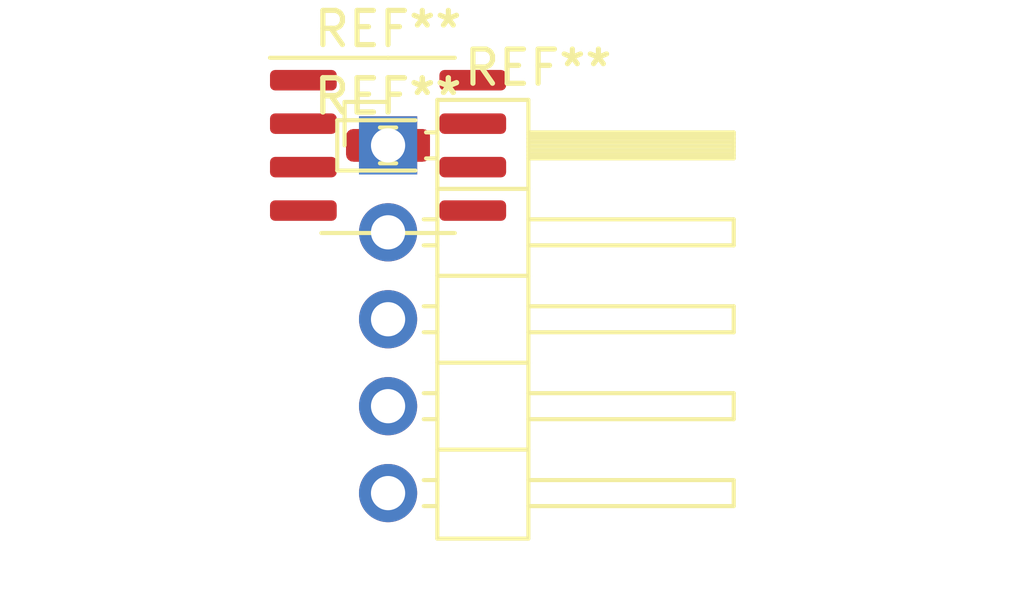
<source format=kicad_pcb>
(kicad_pcb (version 20211014) (generator kiutils)
  (layers (0 "F.Cu" signal) (31 "B.Cu" signal) (34 "B.Paste" user) (35 "F.Paste" user) (36 "B.SilkS" user "B.Silkscreen") (37 "F.SilkS" user "F.Silkscreen") (38 "B.Mask" user) (39 "F.Mask" user) (44 "Edge.Cuts" user))
  (net 0 "")
  (net 1 "+5V")
  (net 2 "/D+")
  (net 3 "/D-")
  (net 4 "/RXD")
  (net 5 "/TXD")
  (net 6 "GND")
  (net 7 "Net-(D1-A)")
  (net 8 "Net-(D2-A)")
  (net 9 "Net-(U1-V3)")
  (footprint "Capacitor_SMD:C_0603_1608Metric" (layer "F.Cu")
    (fp_text reference "REF**" (at 0 -1.43) (layer "F.SilkS"))
    (fp_text value "C_0603_1608Metric")
    (fp_line (start -0.14058 0.51) (end 0.14058 0.51) (layer "F.SilkS") (width 0.12))
    (fp_line (start -0.14058 -0.51) (end 0.14058 -0.51) (layer "F.SilkS") (width 0.12))
    (pad "1" smd roundrect (at -0.775 0) (size 0.9 0.95) (layers "F.Cu" "F.Paste" "F.Mask"))
    (pad "2" smd roundrect (at 0.775 0) (size 0.9 0.95) (layers "F.Cu" "F.Paste" "F.Mask"))
  )
  (footprint "LED_SMD:LED_0603_1608Metric" (layer "F.Cu")
    (fp_text reference "REF**" (at 0 -1.43) (layer "F.SilkS"))
    (fp_text value "LED_0603_1608Metric")
    (fp_line (start -1.485 0.735) (end 0.8 0.735) (layer "F.SilkS") (width 0.12))
    (fp_line (start -1.485 -0.735) (end -1.485 0.735) (layer "F.SilkS") (width 0.12))
    (fp_line (start 0.8 -0.735) (end -1.485 -0.735) (layer "F.SilkS") (width 0.12))
    (pad "1" smd roundrect (at -0.7875 0) (size 0.875 0.95) (layers "F.Cu" "F.Paste" "F.Mask"))
    (pad "2" smd roundrect (at 0.7875 0) (size 0.875 0.95) (layers "F.Cu" "F.Paste" "F.Mask"))
  )
  (footprint "Connector_PinHeader_2.54mm:PinHeader_1x05_P2.54mm_Horizontal" (layer "F.Cu")
    (fp_text reference "REF**" (at 4.385 -2.27) (layer "F.SilkS"))
    (fp_text value "PinHeader_1x05_P2.54mm_Horizontal")
    (fp_line (start 1.042929 8) (end 1.44 8) (layer "F.SilkS") (width 0.12))
    (fp_line (start 10.1 8) (end 4.1 8) (layer "F.SilkS") (width 0.12))
    (fp_line (start 4.1 11.49) (end 4.1 -1.33) (layer "F.SilkS") (width 0.12))
    (fp_line (start 4.1 -1.33) (end 1.44 -1.33) (layer "F.SilkS") (width 0.12))
    (fp_line (start 1.44 3.81) (end 4.1 3.81) (layer "F.SilkS") (width 0.12))
    (fp_line (start 1.042929 5.46) (end 1.44 5.46) (layer "F.SilkS") (width 0.12))
    (fp_line (start 1.44 8.89) (end 4.1 8.89) (layer "F.SilkS") (width 0.12))
    (fp_line (start 1.042929 4.7) (end 1.44 4.7) (layer "F.SilkS") (width 0.12))
    (fp_line (start -1.27 -1.27) (end 0 -1.27) (layer "F.SilkS") (width 0.12))
    (fp_line (start 10.1 2.92) (end 4.1 2.92) (layer "F.SilkS") (width 0.12))
    (fp_line (start 1.44 1.27) (end 4.1 1.27) (layer "F.SilkS") (width 0.12))
    (fp_line (start 1.44 6.35) (end 4.1 6.35) (layer "F.SilkS") (width 0.12))
    (fp_line (start 1.11 0.38) (end 1.44 0.38) (layer "F.SilkS") (width 0.12))
    (fp_line (start 1.44 -1.33) (end 1.44 11.49) (layer "F.SilkS") (width 0.12))
    (fp_line (start 1.042929 10.54) (end 1.44 10.54) (layer "F.SilkS") (width 0.12))
    (fp_line (start 10.1 4.7) (end 10.1 5.46) (layer "F.SilkS") (width 0.12))
    (fp_line (start 4.1 2.16) (end 10.1 2.16) (layer "F.SilkS") (width 0.12))
    (fp_line (start 1.042929 9.78) (end 1.44 9.78) (layer "F.SilkS") (width 0.12))
    (fp_line (start 4.1 4.7) (end 10.1 4.7) (layer "F.SilkS") (width 0.12))
    (fp_line (start 10.1 5.46) (end 4.1 5.46) (layer "F.SilkS") (width 0.12))
    (fp_line (start 1.44 11.49) (end 4.1 11.49) (layer "F.SilkS") (width 0.12))
    (fp_line (start 4.1 0.04) (end 10.1 0.04) (layer "F.SilkS") (width 0.12))
    (fp_line (start 10.1 0.38) (end 4.1 0.38) (layer "F.SilkS") (width 0.12))
    (fp_line (start 4.1 -0.32) (end 10.1 -0.32) (layer "F.SilkS") (width 0.12))
    (fp_line (start 1.042929 2.16) (end 1.44 2.16) (layer "F.SilkS") (width 0.12))
    (fp_line (start 4.1 -0.2) (end 10.1 -0.2) (layer "F.SilkS") (width 0.12))
    (fp_line (start 10.1 2.16) (end 10.1 2.92) (layer "F.SilkS") (width 0.12))
    (fp_line (start 4.1 -0.08) (end 10.1 -0.08) (layer "F.SilkS") (width 0.12))
    (fp_line (start 1.11 -0.38) (end 1.44 -0.38) (layer "F.SilkS") (width 0.12))
    (fp_line (start 4.1 0.28) (end 10.1 0.28) (layer "F.SilkS") (width 0.12))
    (fp_line (start 1.042929 2.92) (end 1.44 2.92) (layer "F.SilkS") (width 0.12))
    (fp_line (start 4.1 0.16) (end 10.1 0.16) (layer "F.SilkS") (width 0.12))
    (fp_line (start 4.1 7.24) (end 10.1 7.24) (layer "F.SilkS") (width 0.12))
    (fp_line (start 10.1 7.24) (end 10.1 8) (layer "F.SilkS") (width 0.12))
    (fp_line (start 10.1 -0.38) (end 10.1 0.38) (layer "F.SilkS") (width 0.12))
    (fp_line (start 4.1 -0.38) (end 10.1 -0.38) (layer "F.SilkS") (width 0.12))
    (fp_line (start 4.1 9.78) (end 10.1 9.78) (layer "F.SilkS") (width 0.12))
    (fp_line (start -1.27 0) (end -1.27 -1.27) (layer "F.SilkS") (width 0.12))
    (fp_line (start 10.1 10.54) (end 4.1 10.54) (layer "F.SilkS") (width 0.12))
    (fp_line (start 1.042929 7.24) (end 1.44 7.24) (layer "F.SilkS") (width 0.12))
    (fp_line (start 10.1 9.78) (end 10.1 10.54) (layer "F.SilkS") (width 0.12))
    (pad "1" thru_hole rect (at 0 0) (size 1.7 1.7) (drill 1) (layers *.Cu *.Mask))
    (pad "2" thru_hole oval (at 0 2.54) (size 1.7 1.7) (drill 1) (layers *.Cu *.Mask))
    (pad "3" thru_hole oval (at 0 5.08) (size 1.7 1.7) (drill 1) (layers *.Cu *.Mask))
    (pad "4" thru_hole oval (at 0 7.62) (size 1.7 1.7) (drill 1) (layers *.Cu *.Mask))
    (pad "5" thru_hole oval (at 0 10.16) (size 1.7 1.7) (drill 1) (layers *.Cu *.Mask))
  )
  (footprint "Resistor_SMD:R_0603_1608Metric" (layer "F.Cu")
    (fp_text reference "REF**" (at 0 -1.43) (layer "F.SilkS"))
    (fp_text value "R_0603_1608Metric")
    (fp_line (start -0.237258 0.5225) (end 0.237258 0.5225) (layer "F.SilkS") (width 0.12))
    (fp_line (start -0.237258 -0.5225) (end 0.237258 -0.5225) (layer "F.SilkS") (width 0.12))
    (pad "1" smd roundrect (at -0.825 0) (size 0.8 0.95) (layers "F.Cu" "F.Paste" "F.Mask"))
    (pad "2" smd roundrect (at 0.825 0) (size 0.8 0.95) (layers "F.Cu" "F.Paste" "F.Mask"))
  )
  (footprint "Package_SO:SOIC-8_3.9x4.9mm_P1.27mm" (layer "F.Cu")
    (fp_text reference "REF**" (at 0 -3.4) (layer "F.SilkS"))
    (fp_text value "SOIC-8_3.9x4.9mm_P1.27mm")
    (fp_line (start 0 -2.56) (end 1.95 -2.56) (layer "F.SilkS") (width 0.12))
    (fp_line (start 0 2.56) (end 1.95 2.56) (layer "F.SilkS") (width 0.12))
    (fp_line (start 0 -2.56) (end -3.45 -2.56) (layer "F.SilkS") (width 0.12))
    (fp_line (start 0 2.56) (end -1.95 2.56) (layer "F.SilkS") (width 0.12))
    (pad "1" smd roundrect (at -2.475 -1.905) (size 1.95 0.6) (layers "F.Cu" "F.Paste" "F.Mask"))
    (pad "2" smd roundrect (at -2.475 -0.635) (size 1.95 0.6) (layers "F.Cu" "F.Paste" "F.Mask"))
    (pad "3" smd roundrect (at -2.475 0.635) (size 1.95 0.6) (layers "F.Cu" "F.Paste" "F.Mask"))
    (pad "4" smd roundrect (at -2.475 1.905) (size 1.95 0.6) (layers "F.Cu" "F.Paste" "F.Mask"))
    (pad "5" smd roundrect (at 2.475 1.905) (size 1.95 0.6) (layers "F.Cu" "F.Paste" "F.Mask"))
    (pad "6" smd roundrect (at 2.475 0.635) (size 1.95 0.6) (layers "F.Cu" "F.Paste" "F.Mask"))
    (pad "7" smd roundrect (at 2.475 -0.635) (size 1.95 0.6) (layers "F.Cu" "F.Paste" "F.Mask"))
    (pad "8" smd roundrect (at 2.475 -1.905) (size 1.95 0.6) (layers "F.Cu" "F.Paste" "F.Mask"))
  )
)
</source>
